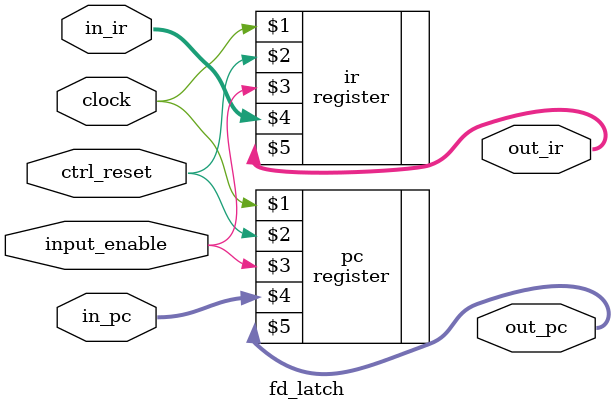
<source format=v>
module fd_latch(
    in_ir, in_pc,
    out_ir, out_pc,
    clock, ctrl_reset, input_enable);

    input clock, ctrl_reset, input_enable;
    input [31:0] in_ir, in_pc;
    output [31:0] out_ir, out_pc;

    register pc (clock, ctrl_reset, input_enable, in_pc, out_pc);
    register ir (clock, ctrl_reset, input_enable, in_ir, out_ir);

endmodule
</source>
